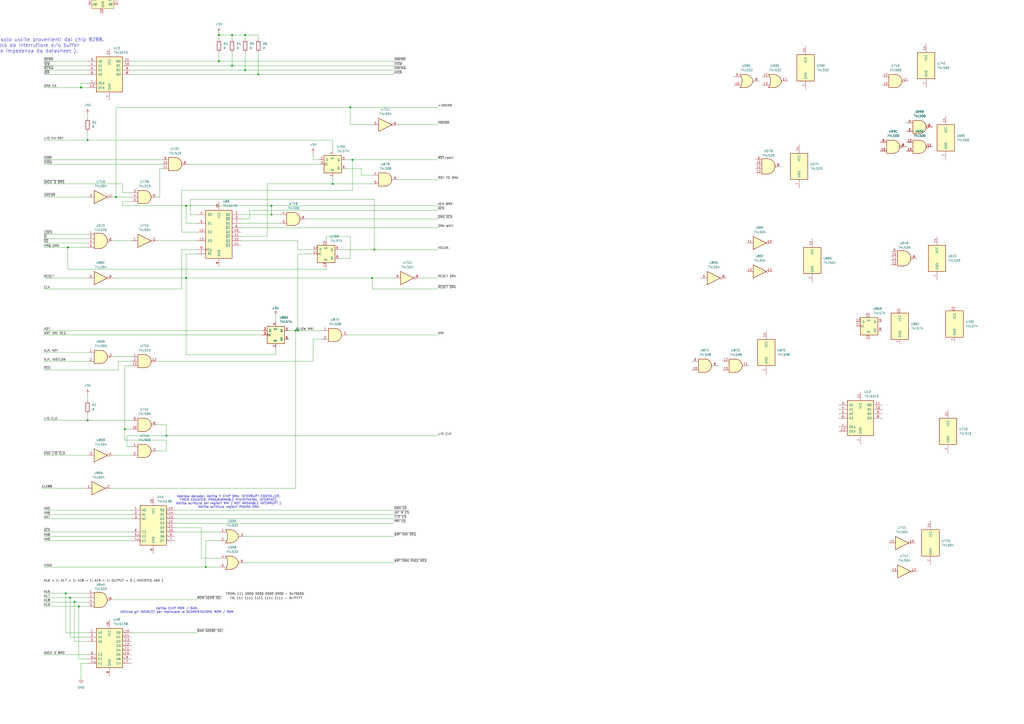
<source format=kicad_sch>
(kicad_sch (version 20231120) (generator "eeschema") (generator_version "8.0")
  (paper "A2")
  (lib_symbols
    (symbol "74xx:74LS00" (pin_names (offset 1.016))
      (property "Reference" "U" (at 0 1.27 0))
      (property "Value" "74LS00" (at 0 -1.27 0))
      (symbol "74LS00_1_1"
        (pin input line (at -7.62 2.54 0) (length 3.81) (name "~") (number "1"))
        (pin input line (at -7.62 -2.54 0) (length 3.81) (name "~") (number "2"))
        (pin output inverted (at 7.62 0 180) (length 3.81) (name "~") (number "3"))
      )
      (symbol "74LS00_1_2"
        (pin input inverted (at -7.62 2.54 0) (length 4.318) (name "~") (number "1"))
        (pin input inverted (at -7.62 -2.54 0) (length 4.318) (name "~") (number "2"))
        (pin output line (at 7.62 0 180) (length 3.81) (name "~") (number "3"))
      )
      (symbol "74LS00_2_1"
        (pin input line (at -7.62 2.54 0) (length 3.81) (name "~") (number "4"))
        (pin input line (at -7.62 -2.54 0) (length 3.81) (name "~") (number "5"))
        (pin output inverted (at 7.62 0 180) (length 3.81) (name "~") (number "6"))
      )
      (symbol "74LS00_2_2"
        (pin input inverted (at -7.62 2.54 0) (length 4.318) (name "~") (number "4"))
        (pin input inverted (at -7.62 -2.54 0) (length 4.318) (name "~") (number "5"))
        (pin output line (at 7.62 0 180) (length 3.81) (name "~") (number "6"))
      )
      (symbol "74LS00_3_1"
        (pin input line (at -7.62 -2.54 0) (length 3.81) (name "~") (number "10"))
        (pin output inverted (at 7.62 0 180) (length 3.81) (name "~") (number "8"))
        (pin input line (at -7.62 2.54 0) (length 3.81) (name "~") (number "9"))
      )
      (symbol "74LS00_3_2"
        (pin input inverted (at -7.62 -2.54 0) (length 4.318) (name "~") (number "10"))
        (pin output line (at 7.62 0 180) (length 3.81) (name "~") (number "8"))
        (pin input inverted (at -7.62 2.54 0) (length 4.318) (name "~") (number "9"))
      )
      (symbol "74LS00_4_1"
        (pin output inverted (at 7.62 0 180) (length 3.81) (name "~") (number "11"))
        (pin input line (at -7.62 2.54 0) (length 3.81) (name "~") (number "12"))
        (pin input line (at -7.62 -2.54 0) (length 3.81) (name "~") (number "13"))
      )
      (symbol "74LS00_4_2"
        (pin output line (at 7.62 0 180) (length 3.81) (name "~") (number "11"))
        (pin input inverted (at -7.62 2.54 0) (length 4.318) (name "~") (number "12"))
        (pin input inverted (at -7.62 -2.54 0) (length 4.318) (name "~") (number "13"))
      )
      (symbol "74LS00_5_0"
        (pin power_in line (at 0 12.7 270) (length 5.08) (name "VCC") (number "14"))
        (pin power_in line (at 0 -12.7 90) (length 5.08) (name "GND") (number "7"))
      )
    )
    (symbol "74xx:74LS04"
      (property "Reference" "U" (at 0 1.27 0))
      (property "Value" "74LS04" (at 0 -1.27 0))
      (symbol "74LS04_1_0"
        (pin input line (at -7.62 0 0) (length 3.81) (name "~") (number "1"))
        (pin output inverted (at 7.62 0 180) (length 3.81) (name "~") (number "2"))
      )
      (symbol "74LS04_2_0"
        (pin input line (at -7.62 0 0) (length 3.81) (name "~") (number "3"))
        (pin output inverted (at 7.62 0 180) (length 3.81) (name "~") (number "4"))
      )
      (symbol "74LS04_3_0"
        (pin input line (at -7.62 0 0) (length 3.81) (name "~") (number "5"))
        (pin output inverted (at 7.62 0 180) (length 3.81) (name "~") (number "6"))
      )
      (symbol "74LS04_4_0"
        (pin output inverted (at 7.62 0 180) (length 3.81) (name "~") (number "8"))
        (pin input line (at -7.62 0 0) (length 3.81) (name "~") (number "9"))
      )
      (symbol "74LS04_5_0"
        (pin output inverted (at 7.62 0 180) (length 3.81) (name "~") (number "10"))
        (pin input line (at -7.62 0 0) (length 3.81) (name "~") (number "11"))
      )
      (symbol "74LS04_6_0"
        (pin output inverted (at 7.62 0 180) (length 3.81) (name "~") (number "12"))
        (pin input line (at -7.62 0 0) (length 3.81) (name "~") (number "13"))
      )
      (symbol "74LS04_7_0"
        (pin power_in line (at 0 12.7 270) (length 5.08) (name "VCC") (number "14"))
        (pin power_in line (at 0 -12.7 90) (length 5.08) (name "GND") (number "7"))
      )
    )
    (symbol "74xx:74LS08" (pin_names (offset 1.016))
      (property "Reference" "U" (at 0 1.27 0))
      (property "Value" "74LS08" (at 0 -1.27 0))
      (symbol "74LS08_1_1"
        (pin input line (at -7.62 2.54 0) (length 3.81) (name "~") (number "1"))
        (pin input line (at -7.62 -2.54 0) (length 3.81) (name "~") (number "2"))
        (pin output line (at 7.62 0 180) (length 3.81) (name "~") (number "3"))
      )
      (symbol "74LS08_1_2"
        (pin input inverted (at -7.62 2.54 0) (length 4.318) (name "~") (number "1"))
        (pin input inverted (at -7.62 -2.54 0) (length 4.318) (name "~") (number "2"))
        (pin output inverted (at 7.62 0 180) (length 3.81) (name "~") (number "3"))
      )
      (symbol "74LS08_2_1"
        (pin input line (at -7.62 2.54 0) (length 3.81) (name "~") (number "4"))
        (pin input line (at -7.62 -2.54 0) (length 3.81) (name "~") (number "5"))
        (pin output line (at 7.62 0 180) (length 3.81) (name "~") (number "6"))
      )
      (symbol "74LS08_2_2"
        (pin input inverted (at -7.62 2.54 0) (length 4.318) (name "~") (number "4"))
        (pin input inverted (at -7.62 -2.54 0) (length 4.318) (name "~") (number "5"))
        (pin output inverted (at 7.62 0 180) (length 3.81) (name "~") (number "6"))
      )
      (symbol "74LS08_3_1"
        (pin input line (at -7.62 -2.54 0) (length 3.81) (name "~") (number "10"))
        (pin output line (at 7.62 0 180) (length 3.81) (name "~") (number "8"))
        (pin input line (at -7.62 2.54 0) (length 3.81) (name "~") (number "9"))
      )
      (symbol "74LS08_3_2"
        (pin input inverted (at -7.62 -2.54 0) (length 4.318) (name "~") (number "10"))
        (pin output inverted (at 7.62 0 180) (length 3.81) (name "~") (number "8"))
        (pin input inverted (at -7.62 2.54 0) (length 4.318) (name "~") (number "9"))
      )
      (symbol "74LS08_4_1"
        (pin output line (at 7.62 0 180) (length 3.81) (name "~") (number "11"))
        (pin input line (at -7.62 2.54 0) (length 3.81) (name "~") (number "12"))
        (pin input line (at -7.62 -2.54 0) (length 3.81) (name "~") (number "13"))
      )
      (symbol "74LS08_4_2"
        (pin output inverted (at 7.62 0 180) (length 3.81) (name "~") (number "11"))
        (pin input inverted (at -7.62 2.54 0) (length 4.318) (name "~") (number "12"))
        (pin input inverted (at -7.62 -2.54 0) (length 4.318) (name "~") (number "13"))
      )
      (symbol "74LS08_5_0"
        (pin power_in line (at 0 12.7 270) (length 5.08) (name "VCC") (number "14"))
        (pin power_in line (at 0 -12.7 90) (length 5.08) (name "GND") (number "7"))
      )
    )
    (symbol "74xx:74LS10" (pin_names (offset 1.016))
      (property "Reference" "U" (at 0 1.27 0))
      (property "Value" "74LS10" (at 0 -1.27 0))
      (symbol "74LS10_1_1"
        (pin input line (at -7.62 2.54 0) (length 3.81) (name "~") (number "1"))
        (pin output inverted (at 7.62 0 180) (length 3.81) (name "~") (number "12"))
        (pin input line (at -7.62 -2.54 0) (length 3.81) (name "~") (number "13"))
        (pin input line (at -7.62 0 0) (length 3.81) (name "~") (number "2"))
      )
      (symbol "74LS10_1_2"
        (pin input inverted (at -7.62 2.54 0) (length 4.318) (name "~") (number "1"))
        (pin output line (at 7.62 0 180) (length 3.81) (name "~") (number "12"))
        (pin input inverted (at -7.62 -2.54 0) (length 4.318) (name "~") (number "13"))
        (pin input inverted (at -7.62 0 0) (length 4.953) (name "~") (number "2"))
      )
      (symbol "74LS10_2_1"
        (pin input line (at -7.62 2.54 0) (length 3.81) (name "~") (number "3"))
        (pin input line (at -7.62 0 0) (length 3.81) (name "~") (number "4"))
        (pin input line (at -7.62 -2.54 0) (length 3.81) (name "~") (number "5"))
        (pin output inverted (at 7.62 0 180) (length 3.81) (name "~") (number "6"))
      )
      (symbol "74LS10_2_2"
        (pin input inverted (at -7.62 2.54 0) (length 4.318) (name "~") (number "3"))
        (pin input inverted (at -7.62 0 0) (length 4.953) (name "~") (number "4"))
        (pin input inverted (at -7.62 -2.54 0) (length 4.318) (name "~") (number "5"))
        (pin output line (at 7.62 0 180) (length 3.81) (name "~") (number "6"))
      )
      (symbol "74LS10_3_1"
        (pin input line (at -7.62 0 0) (length 3.81) (name "~") (number "10"))
        (pin input line (at -7.62 -2.54 0) (length 3.81) (name "~") (number "11"))
        (pin output inverted (at 7.62 0 180) (length 3.81) (name "~") (number "8"))
        (pin input line (at -7.62 2.54 0) (length 3.81) (name "~") (number "9"))
      )
      (symbol "74LS10_3_2"
        (pin input inverted (at -7.62 0 0) (length 4.953) (name "~") (number "10"))
        (pin input inverted (at -7.62 -2.54 0) (length 4.318) (name "~") (number "11"))
        (pin output line (at 7.62 0 180) (length 3.81) (name "~") (number "8"))
        (pin input inverted (at -7.62 2.54 0) (length 4.318) (name "~") (number "9"))
      )
      (symbol "74LS10_4_0"
        (pin power_in line (at 0 12.7 270) (length 5.08) (name "VCC") (number "14"))
        (pin power_in line (at 0 -12.7 90) (length 5.08) (name "GND") (number "7"))
      )
    )
    (symbol "74xx:74LS138" (pin_names (offset 1.016))
      (property "Reference" "U" (at -7.62 11.43 0))
      (property "Value" "74LS138" (at -7.62 -13.97 0))
      (symbol "74LS138_1_0"
        (pin input line (at -12.7 7.62 0) (length 5.08) (name "A0") (number "1"))
        (pin output output_low (at 12.7 -5.08 180) (length 5.08) (name "O5") (number "10"))
        (pin output output_low (at 12.7 -2.54 180) (length 5.08) (name "O4") (number "11"))
        (pin output output_low (at 12.7 0 180) (length 5.08) (name "O3") (number "12"))
        (pin output output_low (at 12.7 2.54 180) (length 5.08) (name "O2") (number "13"))
        (pin output output_low (at 12.7 5.08 180) (length 5.08) (name "O1") (number "14"))
        (pin output output_low (at 12.7 7.62 180) (length 5.08) (name "O0") (number "15"))
        (pin power_in line (at 0 15.24 270) (length 5.08) (name "VCC") (number "16"))
        (pin input line (at -12.7 5.08 0) (length 5.08) (name "A1") (number "2"))
        (pin input line (at -12.7 2.54 0) (length 5.08) (name "A2") (number "3"))
        (pin input input_low (at -12.7 -10.16 0) (length 5.08) (name "E1") (number "4"))
        (pin input input_low (at -12.7 -7.62 0) (length 5.08) (name "E2") (number "5"))
        (pin input line (at -12.7 -5.08 0) (length 5.08) (name "E3") (number "6"))
        (pin output output_low (at 12.7 -10.16 180) (length 5.08) (name "O7") (number "7"))
        (pin power_in line (at 0 -17.78 90) (length 5.08) (name "GND") (number "8"))
        (pin output output_low (at 12.7 -7.62 180) (length 5.08) (name "O6") (number "9"))
      )
    )
    (symbol "74xx:74LS175" (pin_names (offset 1.016))
      (property "Reference" "U" (at -7.62 13.97 0))
      (property "Value" "74LS175" (at -7.62 -16.51 0))
      (symbol "74LS175_1_0"
        (pin input line (at -12.7 -12.7 0) (length 5.08) (name "~{Mr}") (number "1"))
        (pin output line (at 12.7 0 180) (length 5.08) (name "Q2") (number "10"))
        (pin output line (at 12.7 -2.54 180) (length 5.08) (name "~{Q2}") (number "11"))
        (pin input line (at -12.7 0 0) (length 5.08) (name "D2") (number "12"))
        (pin input line (at -12.7 -5.08 0) (length 5.08) (name "D3") (number "13"))
        (pin output line (at 12.7 -7.62 180) (length 5.08) (name "~{Q3}") (number "14"))
        (pin output line (at 12.7 -5.08 180) (length 5.08) (name "Q3") (number "15"))
        (pin power_in line (at 0 17.78 270) (length 5.08) (name "VCC") (number "16"))
        (pin output line (at 12.7 10.16 180) (length 5.08) (name "Q0") (number "2"))
        (pin output line (at 12.7 7.62 180) (length 5.08) (name "~{Q0}") (number "3"))
        (pin input line (at -12.7 10.16 0) (length 5.08) (name "D0") (number "4"))
        (pin input line (at -12.7 5.08 0) (length 5.08) (name "D1") (number "5"))
        (pin output line (at 12.7 2.54 180) (length 5.08) (name "~{Q1}") (number "6"))
        (pin output line (at 12.7 5.08 180) (length 5.08) (name "Q1") (number "7"))
        (pin power_in line (at 0 -20.32 90) (length 5.08) (name "GND") (number "8"))
        (pin input clock (at -12.7 -10.16 0) (length 5.08) (name "Cp") (number "9"))
      )
    )
    (symbol "74xx:74LS20" (pin_names (offset 1.016))
      (property "Reference" "U" (at 0 1.27 0))
      (property "Value" "74LS20" (at 0 -1.27 0))
      (symbol "74LS20_1_1"
        (pin input line (at -7.62 3.81 0) (length 3.81) (name "~") (number "1"))
        (pin input line (at -7.62 1.27 0) (length 3.81) (name "~") (number "2"))
        (pin input line (at -7.62 -1.27 0) (length 3.81) (name "~") (number "4"))
        (pin input line (at -7.62 -3.81 0) (length 3.81) (name "~") (number "5"))
        (pin output inverted (at 7.62 0 180) (length 3.81) (name "~") (number "6"))
      )
      (symbol "74LS20_1_2"
        (pin input inverted (at -7.62 3.81 0) (length 3.81) (name "~") (number "1"))
        (pin input inverted (at -7.62 1.27 0) (length 4.826) (name "~") (number "2"))
        (pin input inverted (at -7.62 -1.27 0) (length 4.826) (name "~") (number "4"))
        (pin input inverted (at -7.62 -3.81 0) (length 3.81) (name "~") (number "5"))
        (pin output line (at 7.62 0 180) (length 3.81) (name "~") (number "6"))
      )
      (symbol "74LS20_2_1"
        (pin input line (at -7.62 1.27 0) (length 3.81) (name "~") (number "10"))
        (pin input line (at -7.62 -1.27 0) (length 3.81) (name "~") (number "12"))
        (pin input line (at -7.62 -3.81 0) (length 3.81) (name "~") (number "13"))
        (pin output inverted (at 7.62 0 180) (length 3.81) (name "~") (number "8"))
        (pin input line (at -7.62 3.81 0) (length 3.81) (name "~") (number "9"))
      )
      (symbol "74LS20_2_2"
        (pin input inverted (at -7.62 1.27 0) (length 4.826) (name "~") (number "10"))
        (pin input inverted (at -7.62 -1.27 0) (length 4.826) (name "~") (number "12"))
        (pin input inverted (at -7.62 -3.81 0) (length 3.81) (name "~") (number "13"))
        (pin output line (at 7.62 0 180) (length 3.81) (name "~") (number "8"))
        (pin input inverted (at -7.62 3.81 0) (length 3.81) (name "~") (number "9"))
      )
      (symbol "74LS20_3_0"
        (pin power_in line (at 0 12.7 270) (length 5.08) (name "VCC") (number "14"))
        (pin power_in line (at 0 -12.7 90) (length 5.08) (name "GND") (number "7"))
      )
    )
    (symbol "74xx:74LS243" (pin_names (offset 1.016))
      (property "Reference" "U" (at -7.62 11.43 0))
      (property "Value" "74LS243" (at -7.62 -11.43 0))
      (symbol "74LS243_1_0"
        (pin input inverted (at -12.7 -5.08 0) (length 5.08) (name "OEa") (number "1"))
        (pin tri_state line (at 12.7 5.08 180) (length 5.08) (name "B1") (number "10"))
        (pin tri_state line (at 12.7 7.62 180) (length 5.08) (name "B0") (number "11"))
        (pin input line (at -12.7 -7.62 0) (length 5.08) (name "OEb") (number "13"))
        (pin power_in line (at 0 15.24 270) (length 5.08) (name "VCC") (number "14"))
        (pin input line (at -12.7 7.62 0) (length 5.08) (name "A0") (number "3"))
        (pin input line (at -12.7 5.08 0) (length 5.08) (name "A1") (number "4"))
        (pin input line (at -12.7 2.54 0) (length 5.08) (name "A2") (number "5"))
        (pin input line (at -12.7 0 0) (length 5.08) (name "A3") (number "6"))
        (pin power_in line (at 0 -15.24 90) (length 5.08) (name "GND") (number "7"))
        (pin tri_state line (at 12.7 0 180) (length 5.08) (name "B3") (number "8"))
        (pin tri_state line (at 12.7 2.54 180) (length 5.08) (name "B2") (number "9"))
      )
    )
    (symbol "74xx:74LS32" (pin_names (offset 1.016))
      (property "Reference" "U" (at 0 1.27 0))
      (property "Value" "74LS32" (at 0 -1.27 0))
      (symbol "74LS32_1_1"
        (pin input line (at -7.62 2.54 0) (length 4.318) (name "~") (number "1"))
        (pin input line (at -7.62 -2.54 0) (length 4.318) (name "~") (number "2"))
        (pin output line (at 7.62 0 180) (length 3.81) (name "~") (number "3"))
      )
      (symbol "74LS32_1_2"
        (pin input inverted (at -7.62 2.54 0) (length 3.81) (name "~") (number "1"))
        (pin input inverted (at -7.62 -2.54 0) (length 3.81) (name "~") (number "2"))
        (pin output inverted (at 7.62 0 180) (length 3.81) (name "~") (number "3"))
      )
      (symbol "74LS32_2_1"
        (pin input line (at -7.62 2.54 0) (length 4.318) (name "~") (number "4"))
        (pin input line (at -7.62 -2.54 0) (length 4.318) (name "~") (number "5"))
        (pin output line (at 7.62 0 180) (length 3.81) (name "~") (number "6"))
      )
      (symbol "74LS32_2_2"
        (pin input inverted (at -7.62 2.54 0) (length 3.81) (name "~") (number "4"))
        (pin input inverted (at -7.62 -2.54 0) (length 3.81) (name "~") (number "5"))
        (pin output inverted (at 7.62 0 180) (length 3.81) (name "~") (number "6"))
      )
      (symbol "74LS32_3_1"
        (pin input line (at -7.62 -2.54 0) (length 4.318) (name "~") (number "10"))
        (pin output line (at 7.62 0 180) (length 3.81) (name "~") (number "8"))
        (pin input line (at -7.62 2.54 0) (length 4.318) (name "~") (number "9"))
      )
      (symbol "74LS32_3_2"
        (pin input inverted (at -7.62 -2.54 0) (length 3.81) (name "~") (number "10"))
        (pin output inverted (at 7.62 0 180) (length 3.81) (name "~") (number "8"))
        (pin input inverted (at -7.62 2.54 0) (length 3.81) (name "~") (number "9"))
      )
      (symbol "74LS32_4_1"
        (pin output line (at 7.62 0 180) (length 3.81) (name "~") (number "11"))
        (pin input line (at -7.62 2.54 0) (length 4.318) (name "~") (number "12"))
        (pin input line (at -7.62 -2.54 0) (length 4.318) (name "~") (number "13"))
      )
      (symbol "74LS32_4_2"
        (pin output inverted (at 7.62 0 180) (length 3.81) (name "~") (number "11"))
        (pin input inverted (at -7.62 2.54 0) (length 3.81) (name "~") (number "12"))
        (pin input inverted (at -7.62 -2.54 0) (length 3.81) (name "~") (number "13"))
      )
      (symbol "74LS32_5_0"
        (pin power_in line (at 0 12.7 270) (length 5.08) (name "VCC") (number "14"))
        (pin power_in line (at 0 -12.7 90) (length 5.08) (name "GND") (number "7"))
      )
    )
    (symbol "74xx:74LS74" (pin_names (offset 1.016))
      (property "Reference" "U" (at -7.62 8.89 0))
      (property "Value" "74LS74" (at -7.62 -8.89 0))
      (symbol "74LS74_1_0"
        (pin input line (at 0 -7.62 90) (length 2.54) (name "~{R}") (number "1"))
        (pin input line (at -7.62 2.54 0) (length 2.54) (name "D") (number "2"))
        (pin input clock (at -7.62 0 0) (length 2.54) (name "C") (number "3"))
        (pin input line (at 0 7.62 270) (length 2.54) (name "~{S}") (number "4"))
        (pin output line (at 7.62 2.54 180) (length 2.54) (name "Q") (number "5"))
        (pin output line (at 7.62 -2.54 180) (length 2.54) (name "~{Q}") (number "6"))
      )
      (symbol "74LS74_2_0"
        (pin input line (at 0 7.62 270) (length 2.54) (name "~{S}") (number "10"))
        (pin input clock (at -7.62 0 0) (length 2.54) (name "C") (number "11"))
        (pin input line (at -7.62 2.54 0) (length 2.54) (name "D") (number "12"))
        (pin input line (at 0 -7.62 90) (length 2.54) (name "~{R}") (number "13"))
        (pin output line (at 7.62 -2.54 180) (length 2.54) (name "~{Q}") (number "8"))
        (pin output line (at 7.62 2.54 180) (length 2.54) (name "Q") (number "9"))
      )
      (symbol "74LS74_3_0"
        (pin power_in line (at 0 10.16 270) (length 2.54) (name "VCC") (number "14"))
        (pin power_in line (at 0 -10.16 90) (length 2.54) (name "GND") (number "7"))
      )
    )
    (symbol "Custom:74AHCT245N"
      (property "Reference" "U" (at 0.508 0.762 0))
      (property "Value" "74AHCT245N" (at 6.604 -12.446 90))
      (symbol "74AHCT245N_1_1"
        (pin input line (at -2.54 -2.54 0) (length 2.54) (name "DIR") (number "1"))
        (pin power_in line (at 6.35 -27.94 90) (length 2.54) (name "GND") (number "10"))
        (pin bidirectional line (at 15.24 -22.86 180) (length 2.54) (name "B8") (number "11"))
        (pin bidirectional line (at 15.24 -20.32 180) (length 2.54) (name "B7") (number "12"))
        (pin bidirectional line (at 15.24 -17.78 180) (length 2.54) (name "B6") (number "13"))
        (pin bidirectional line (at 15.24 -15.24 180) (length 2.54) (name "B5") (number "14"))
        (pin bidirectional line (at 15.24 -12.7 180) (length 2.54) (name "B4") (number "15"))
        (pin bidirectional line (at 15.24 -10.16 180) (length 2.54) (name "B3") (number "16"))
        (pin bidirectional line (at 15.24 -7.62 180) (length 2.54) (name "B2") (number "17"))
        (pin bidirectional line (at 15.24 -5.08 180) (length 2.54) (name "B1") (number "18"))
        (pin input line (at 15.24 -2.54 180) (length 2.54) (name "~{OE}") (number "19"))
        (pin bidirectional line (at -2.54 -5.08 0) (length 2.54) (name "A1") (number "2"))
        (pin power_in line (at 6.35 2.54 270) (length 2.54) (name "Vcc") (number "20"))
        (pin bidirectional line (at -2.54 -7.62 0) (length 2.54) (name "A2") (number "3"))
        (pin bidirectional line (at -2.54 -10.16 0) (length 2.54) (name "A3") (number "4"))
        (pin bidirectional line (at -2.54 -12.7 0) (length 2.54) (name "A4") (number "5"))
        (pin bidirectional line (at -2.54 -15.24 0) (length 2.54) (name "A5") (number "6"))
        (pin bidirectional line (at -2.54 -17.78 0) (length 2.54) (name "A6") (number "7"))
        (pin bidirectional line (at -2.54 -20.32 0) (length 2.54) (name "A7") (number "8"))
        (pin input line (at -2.54 -22.86 0) (length 2.54) (name "A8") (number "9"))
      )
    )
    (symbol "Device:R" (pin_numbers hide) (pin_names (offset 0))
      (property "Reference" "R" (at 2.032 0 90))
      (property "Value" "R" (at 0 0 90))
      (symbol "R_1_1"
        (pin passive line (at 0 3.81 270) (length 1.27) (name "~") (number "1"))
        (pin passive line (at 0 -3.81 90) (length 1.27) (name "~") (number "2"))
      )
    )
    (symbol "Device:R_Network08" (pin_names (offset 0) hide)
      (property "Reference" "RN" (at -12.7 0 90))
      (property "Value" "R_Network08" (at 10.16 0 90))
      (symbol "R_Network08_1_1"
        (pin passive line (at -10.16 5.08 270) (length 2.54) (name "common") (number "1"))
        (pin passive line (at -10.16 -5.08 90) (length 1.27) (name "R1") (number "2"))
        (pin passive line (at -7.62 -5.08 90) (length 1.27) (name "R2") (number "3"))
        (pin passive line (at -5.08 -5.08 90) (length 1.27) (name "R3") (number "4"))
        (pin passive line (at -2.54 -5.08 90) (length 1.27) (name "R4") (number "5"))
        (pin passive line (at 0 -5.08 90) (length 1.27) (name "R5") (number "6"))
        (pin passive line (at 2.54 -5.08 90) (length 1.27) (name "R6") (number "7"))
        (pin passive line (at 5.08 -5.08 90) (length 1.27) (name "R7") (number "8"))
        (pin passive line (at 7.62 -5.08 90) (length 1.27) (name "R8") (number "9"))
      )
    )
    (symbol "power:+5V" (power) (pin_numbers hide) (pin_names (offset 0) hide)
      (property "Value" "+5V" (at 0 3.556 0))
      (symbol "+5V_1_1"
        (pin power_in line (at 0 0 90) (length 0) (name "~") (number "1"))
      )
    )
    (symbol "power:GND" (power) (pin_numbers hide) (pin_names (offset 0) hide)
      (property "Value" "GND" (at 0 -3.81 0))
      (symbol "GND_1_1"
        (pin power_in line (at 0 0 270) (length 0) (name "~") (number "1"))
      )
    )
  )
  (junction (at 172.72 191.77))
  (junction (at 72.39 248.92))
  (junction (at 215.9 161.29))
  (junction (at 171.45 191.77))
  (junction (at 203.2 62.23))
  (junction (at 217.17 144.78))
  (junction (at 193.04 106.68))
  (junction (at 40.64 346.71))
  (junction (at 96.52 -7.62))
  (junction (at 142.24 20.32))
  (junction (at 134.62 38.1))
  (junction (at 127 35.56))
  (junction (at 45.72 351.79))
  (junction (at 107.95 119.38))
  (junction (at 39.37 143.51))
  (junction (at 93.98 -10.16))
  (junction (at 119.38 328.93))
  (junction (at 157.48 124.46))
  (junction (at 38.1 344.17))
  (junction (at 50.8 81.28))
  (junction (at 134.62 20.32))
  (junction (at 96.52 252.73))
  (junction (at 127 20.32))
  (junction (at 91.44 -12.7))
  (junction (at 107.95 161.29))
  (junction (at 46.99 50.8))
  (junction (at 67.31 114.3))
  (junction (at 50.8 243.84))
  (junction (at 157.48 119.38))
  (junction (at 43.18 349.25))
  (junction (at 204.47 92.71))
  (junction (at 88.9 -15.24))
  (junction (at 149.86 43.18))
  (junction (at 142.24 40.64))
  (wire (pts (xy 96.52 -7.62) (xy 220.98 -7.62)))
  (wire (pts (xy 66.04 264.16) (xy 76.2 264.16)))
  (wire (pts (xy 154.94 106.68) (xy 193.04 106.68)))
  (wire (pts (xy 88.9 -29.21) (xy 88.9 -15.24)))
  (wire (pts (xy 66.04 114.3) (xy 67.31 114.3)))
  (wire (pts (xy 25.4 264.16) (xy 50.8 264.16)))
  (wire (pts (xy 119.38 328.93) (xy 127 328.93)))
  (wire (pts (xy 25.4 135.89) (xy 50.8 135.89)))
  (wire (pts (xy 71.12 106.68) (xy 25.4 106.68)))
  (wire (pts (xy 101.6 300.99) (xy 228.6 300.99)))
  (wire (pts (xy 172.72 139.7) (xy 172.72 144.78)))
  (wire (pts (xy 25.4 313.69) (xy 76.2 313.69)))
  (wire (pts (xy 96.52 246.38) (xy 96.52 252.73)))
  (wire (pts (xy 76.2 111.76) (xy 71.12 111.76)))
  (wire (pts (xy 76.2 367.03) (xy 114.3 367.03)))
  (wire (pts (xy 91.44 -12.7) (xy 220.98 -12.7)))
  (wire (pts (xy 96.52 252.73) (xy 254 252.73)))
  (wire (pts (xy 139.7 124.46) (xy 157.48 124.46)))
  (wire (pts (xy 200.66 92.71) (xy 204.47 92.71)))
  (wire (pts (xy 142.24 326.39) (xy 228.6 326.39)))
  (wire (pts (xy 25.4 204.47) (xy 50.8 204.47)))
  (wire (pts (xy 189.23 156.21) (xy 39.37 156.21)))
  (wire (pts (xy 25.4 92.71) (xy 93.98 92.71)))
  (wire (pts (xy 203.2 62.23) (xy 254 62.23)))
  (wire (pts (xy 25.4 243.84) (xy 50.8 243.84)))
  (wire (pts (xy 50.8 369.57) (xy 40.64 369.57)))
  (wire (pts (xy 46.99 50.8) (xy 50.8 50.8)))
  (wire (pts (xy 114.3 144.78) (xy 105.41 144.78)))
  (wire (pts (xy 231.14 72.39) (xy 254 72.39)))
  (wire (pts (xy 201.93 194.31) (xy 254 194.31)))
  (wire (pts (xy 181.61 88.9) (xy 181.61 92.71)))
  (wire (pts (xy 172.72 147.32) (xy 181.61 147.32)))
  (wire (pts (xy 186.69 196.85) (xy 181.61 196.85)))
  (wire (pts (xy 193.04 106.68) (xy 215.9 106.68)))
  (wire (pts (xy 172.72 147.32) (xy 172.72 191.77)))
  (wire (pts (xy 76.2 116.84) (xy 71.12 116.84)))
  (wire (pts (xy 101.6 295.91) (xy 228.6 295.91)))
  (wire (pts (xy 71.12 116.84) (xy 71.12 119.38)))
  (wire (pts (xy 50.8 228.6) (xy 50.8 232.41)))
  (wire (pts (xy 25.4 -10.16) (xy 50.8 -10.16)))
  (wire (pts (xy 215.9 72.39) (xy 203.2 72.39)))
  (wire (pts (xy 25.4 194.31) (xy 152.4 194.31)))
  (wire (pts (xy 107.95 161.29) (xy 215.9 161.29)))
  (wire (pts (xy 134.62 20.32) (xy 127 20.32)))
  (wire (pts (xy 25.4 161.29) (xy 50.8 161.29)))
  (wire (pts (xy 193.04 102.87) (xy 193.04 106.68)))
  (wire (pts (xy 67.31 114.3) (xy 67.31 62.23)))
  (wire (pts (xy 189.23 137.16) (xy 203.2 137.16)))
  (wire (pts (xy 71.12 111.76) (xy 71.12 106.68)))
  (wire (pts (xy 119.38 313.69) (xy 119.38 328.93)))
  (wire (pts (xy 25.4 95.25) (xy 93.98 95.25)))
  (wire (pts (xy 96.52 -29.21) (xy 96.52 -7.62)))
  (wire (pts (xy 209.55 97.79) (xy 200.66 97.79)))
  (wire (pts (xy 25.4 308.61) (xy 76.2 308.61)))
  (wire (pts (xy 91.44 114.3) (xy 92.71 114.3)))
  (wire (pts (xy 181.61 209.55) (xy 91.44 209.55)))
  (wire (pts (xy 66.04 161.29) (xy 107.95 161.29)))
  (wire (pts (xy 157.48 124.46) (xy 162.56 124.46)))
  (wire (pts (xy 25.4 311.15) (xy 76.2 311.15)))
  (wire (pts (xy 50.8 48.26) (xy 46.99 48.26)))
  (wire (pts (xy 25.4 35.56) (xy 50.8 35.56)))
  (wire (pts (xy 73.66 259.08) (xy 73.66 252.73)))
  (wire (pts (xy 149.86 22.86) (xy 149.86 20.32)))
  (wire (pts (xy 139.7 129.54) (xy 162.56 129.54)))
  (wire (pts (xy 25.4 -17.78) (xy 50.8 -17.78)))
  (wire (pts (xy 172.72 144.78) (xy 181.61 144.78)))
  (wire (pts (xy 116.84 323.85) (xy 116.84 306.07)))
  (wire (pts (xy 134.62 22.86) (xy 134.62 20.32)))
  (wire (pts (xy 64.77 283.21) (xy 171.45 283.21)))
  (wire (pts (xy 139.7 139.7) (xy 172.72 139.7)))
  (wire (pts (xy 196.85 144.78) (xy 217.17 144.78)))
  (wire (pts (xy 243.84 161.29) (xy 254 161.29)))
  (wire (pts (xy 25.4 143.51) (xy 39.37 143.51)))
  (wire (pts (xy 91.44 261.62) (xy 96.52 261.62)))
  (wire (pts (xy 107.95 129.54) (xy 107.95 119.38)))
  (wire (pts (xy 73.66 252.73) (xy 96.52 252.73)))
  (wire (pts (xy 114.3 124.46) (xy 110.49 124.46)))
  (wire (pts (xy 142.24 22.86) (xy 142.24 20.32)))
  (wire (pts (xy 46.99 48.26) (xy 46.99 50.8)))
  (wire (pts (xy 72.39 248.92) (xy 76.2 248.92)))
  (wire (pts (xy 68.58 209.55) (xy 68.58 214.63)))
  (wire (pts (xy 25.4 38.1) (xy 50.8 38.1)))
  (wire (pts (xy 25.4 167.64) (xy 105.41 167.64)))
  (wire (pts (xy 67.31 62.23) (xy 203.2 62.23)))
  (wire (pts (xy 231.14 104.14) (xy 254 104.14)))
  (wire (pts (xy 204.47 110.49) (xy 204.47 92.71)))
  (wire (pts (xy 92.71 97.79) (xy 93.98 97.79)))
  (wire (pts (xy 96.52 261.62) (xy 96.52 255.27)))
  (wire (pts (xy 25.4 214.63) (xy 68.58 214.63)))
  (wire (pts (xy 193.04 87.63) (xy 193.04 81.28)))
  (wire (pts (xy 92.71 114.3) (xy 92.71 97.79)))
  (wire (pts (xy 171.45 283.21) (xy 171.45 191.77)))
  (wire (pts (xy 68.58 -15.24) (xy 88.9 -15.24)))
  (wire (pts (xy 215.9 161.29) (xy 228.6 161.29)))
  (wire (pts (xy 25.4 379.73) (xy 50.8 379.73)))
  (wire (pts (xy 38.1 344.17) (xy 50.8 344.17)))
  (wire (pts (xy 24.13 283.21) (xy 49.53 283.21)))
  (wire (pts (xy 209.55 101.6) (xy 209.55 97.79)))
  (wire (pts (xy 43.18 349.25) (xy 50.8 349.25)))
  (wire (pts (xy 66.04 207.01) (xy 76.2 207.01)))
  (wire (pts (xy 50.8 81.28) (xy 25.4 81.28)))
  (wire (pts (xy 189.23 139.7) (xy 189.23 137.16)))
  (wire (pts (xy 25.4 43.18) (xy 50.8 43.18)))
  (wire (pts (xy 142.24 20.32) (xy 134.62 20.32)))
  (wire (pts (xy 25.4 295.91) (xy 76.2 295.91)))
  (wire (pts (xy 88.9 -15.24) (xy 220.98 -15.24)))
  (wire (pts (xy 50.8 384.81) (xy 46.99 384.81)))
  (wire (pts (xy 204.47 92.71) (xy 254 92.71)))
  (wire (pts (xy 68.58 -10.16) (xy 93.98 -10.16)))
  (wire (pts (xy 25.4 349.25) (xy 43.18 349.25)))
  (wire (pts (xy 50.8 66.04) (xy 50.8 68.58)))
  (wire (pts (xy 114.3 129.54) (xy 107.95 129.54)))
  (wire (pts (xy 203.2 137.16) (xy 203.2 149.86)))
  (wire (pts (xy 127 35.56) (xy 228.6 35.56)))
  (wire (pts (xy 25.4 140.97) (xy 50.8 140.97)))
  (wire (pts (xy 105.41 134.62) (xy 105.41 110.49)))
  (wire (pts (xy 68.58 -12.7) (xy 91.44 -12.7)))
  (wire (pts (xy 71.12 119.38) (xy 107.95 119.38)))
  (wire (pts (xy 25.4 -12.7) (xy 50.8 -12.7)))
  (wire (pts (xy 149.86 43.18) (xy 228.6 43.18)))
  (wire (pts (xy 127 30.48) (xy 127 35.56)))
  (wire (pts (xy 157.48 119.38) (xy 157.48 124.46)))
  (wire (pts (xy 110.49 124.46) (xy 110.49 115.57)))
  (wire (pts (xy 209.55 101.6) (xy 215.9 101.6)))
  (wire (pts (xy 25.4 328.93) (xy 119.38 328.93)))
  (wire (pts (xy 72.39 248.92) (xy 72.39 212.09)))
  (wire (pts (xy 101.6 298.45) (xy 228.6 298.45)))
  (wire (pts (xy 76.2 40.64) (xy 142.24 40.64)))
  (wire (pts (xy 160.02 201.93) (xy 160.02 205.74)))
  (wire (pts (xy 66.04 347.98) (xy 114.3 347.98)))
  (wire (pts (xy 25.4 346.71) (xy 40.64 346.71)))
  (wire (pts (xy 144.78 127) (xy 144.78 121.92)))
  (wire (pts (xy 127 323.85) (xy 116.84 323.85)))
  (wire (pts (xy 160.02 205.74) (xy 107.95 205.74)))
  (wire (pts (xy 45.72 382.27) (xy 45.72 351.79)))
  (wire (pts (xy 116.84 306.07) (xy 101.6 306.07)))
  (wire (pts (xy 215.9 161.29) (xy 215.9 167.64)))
  (wire (pts (xy 66.04 139.7) (xy 76.2 139.7)))
  (wire (pts (xy 76.2 35.56) (xy 127 35.56)))
  (wire (pts (xy 107.95 119.38) (xy 157.48 119.38)))
  (wire (pts (xy 127 20.32) (xy 127 22.86)))
  (wire (pts (xy 25.4 -15.24) (xy 50.8 -15.24)))
  (wire (pts (xy 76.2 43.18) (xy 149.86 43.18)))
  (wire (pts (xy 50.8 243.84) (xy 76.2 243.84)))
  (wire (pts (xy 91.44 246.38) (xy 96.52 246.38)))
  (wire (pts (xy 105.41 144.78) (xy 105.41 167.64)))
  (wire (pts (xy 144.78 121.92) (xy 254 121.92)))
  (wire (pts (xy 50.8 76.2) (xy 50.8 81.28)))
  (wire (pts (xy 193.04 81.28) (xy 50.8 81.28)))
  (wire (pts (xy 134.62 30.48) (xy 134.62 38.1)))
  (wire (pts (xy 139.7 137.16) (xy 154.94 137.16)))
  (wire (pts (xy 157.48 119.38) (xy 254 119.38)))
  (wire (pts (xy 107.95 205.74) (xy 107.95 161.29)))
  (wire (pts (xy 109.22 95.25) (xy 185.42 95.25)))
  (wire (pts (xy 25.4 50.8) (xy 46.99 50.8)))
  (wire (pts (xy 177.8 127) (xy 254 127)))
  (wire (pts (xy 38.1 367.03) (xy 38.1 344.17)))
  (wire (pts (xy 43.18 372.11) (xy 43.18 349.25)))
  (wire (pts (xy 181.61 196.85) (xy 181.61 209.55)))
  (wire (pts (xy 215.9 167.64) (xy 254 167.64)))
  (wire (pts (xy 93.98 -29.21) (xy 93.98 -10.16)))
  (wire (pts (xy 142.24 40.64) (xy 228.6 40.64)))
  (wire (pts (xy 25.4 191.77) (xy 152.4 191.77)))
  (wire (pts (xy 189.23 154.94) (xy 189.23 156.21)))
  (wire (pts (xy 40.64 346.71) (xy 50.8 346.71)))
  (wire (pts (xy 127 19.05) (xy 127 20.32)))
  (wire (pts (xy 107.95 161.29) (xy 107.95 147.32)))
  (wire (pts (xy 25.4 -7.62) (xy 50.8 -7.62)))
  (wire (pts (xy 67.31 114.3) (xy 76.2 114.3)))
  (wire (pts (xy 68.58 -7.62) (xy 96.52 -7.62)))
  (wire (pts (xy 25.4 209.55) (xy 50.8 209.55)))
  (wire (pts (xy 171.45 191.77) (xy 172.72 191.77)))
  (wire (pts (xy 40.64 369.57) (xy 40.64 346.71)))
  (wire (pts (xy 114.3 134.62) (xy 105.41 134.62)))
  (wire (pts (xy 139.7 132.08) (xy 254 132.08)))
  (wire (pts (xy 93.98 -10.16) (xy 220.98 -10.16)))
  (wire (pts (xy 46.99 384.81) (xy 46.99 393.7)))
  (wire (pts (xy 25.4 351.79) (xy 45.72 351.79)))
  (wire (pts (xy 160.02 182.88) (xy 160.02 186.69)))
  (wire (pts (xy 50.8 367.03) (xy 38.1 367.03)))
  (wire (pts (xy 127 313.69) (xy 119.38 313.69)))
  (wire (pts (xy 91.44 139.7) (xy 114.3 139.7)))
  (wire (pts (xy 107.95 147.32) (xy 114.3 147.32)))
  (wire (pts (xy 76.2 38.1) (xy 134.62 38.1)))
  (wire (pts (xy 39.37 143.51) (xy 50.8 143.51)))
  (wire (pts (xy 76.2 259.08) (xy 73.66 259.08)))
  (wire (pts (xy 72.39 255.27) (xy 72.39 248.92)))
  (wire (pts (xy 167.64 191.77) (xy 171.45 191.77)))
  (wire (pts (xy 76.2 209.55) (xy 68.58 209.55)))
  (wire (pts (xy 149.86 20.32) (xy 142.24 20.32)))
  (wire (pts (xy 25.4 298.45) (xy 76.2 298.45)))
  (wire (pts (xy 45.72 351.79) (xy 50.8 351.79)))
  (wire (pts (xy 91.44 -29.21) (xy 91.44 -12.7)))
  (wire (pts (xy 110.49 115.57) (xy 217.17 115.57)))
  (wire (pts (xy 39.37 156.21) (xy 39.37 143.51)))
  (wire (pts (xy 101.6 308.61) (xy 127 308.61)))
  (wire (pts (xy 142.24 311.15) (xy 228.6 311.15)))
  (wire (pts (xy 105.41 110.49) (xy 204.47 110.49)))
  (wire (pts (xy 25.4 344.17) (xy 38.1 344.17)))
  (wire (pts (xy 172.72 191.77) (xy 186.69 191.77)))
  (wire (pts (xy 50.8 382.27) (xy 45.72 382.27)))
  (wire (pts (xy 203.2 149.86) (xy 196.85 149.86)))
  (wire (pts (xy 203.2 72.39) (xy 203.2 62.23)))
  (wire (pts (xy 149.86 30.48) (xy 149.86 43.18)))
  (wire (pts (xy 72.39 212.09) (xy 76.2 212.09)))
  (wire (pts (xy 25.4 40.64) (xy 50.8 40.64)))
  (wire (pts (xy 134.62 38.1) (xy 228.6 38.1)))
  (wire (pts (xy 181.61 92.71) (xy 185.42 92.71)))
  (wire (pts (xy 142.24 30.48) (xy 142.24 40.64)))
  (wire (pts (xy 217.17 115.57) (xy 217.17 144.78)))
  (wire (pts (xy 50.8 240.03) (xy 50.8 243.84)))
  (wire (pts (xy 139.7 127) (xy 144.78 127)))
  (wire (pts (xy 154.94 137.16) (xy 154.94 106.68)))
  (wire (pts (xy 25.4 138.43) (xy 50.8 138.43)))
  (wire (pts (xy 25.4 114.3) (xy 50.8 114.3)))
  (wire (pts (xy 50.8 372.11) (xy 43.18 372.11)))
  (wire (pts (xy 88.9 -45.72) (xy 88.9 -39.37)))
  (wire (pts (xy 101.6 303.53) (xy 228.6 303.53)))
  (wire (pts (xy 25.4 300.99) (xy 76.2 300.99)))
  (wire (pts (xy 217.17 144.78) (xy 254 144.78)))
  (wire (pts (xy 96.52 255.27) (xy 72.39 255.27)))
  (text "Questi segnali sono solo uscite provenienti dal chip 8288.\nFunziona solo da interruttore e/o buffer\n( adattatore impedenza da datasheet )." (at 14.224 26.416 0) (effects (font (size 2.032 2.032))))
  (text "Address decoder. Abilita il CHIP DMA, INTERRUPT CONTOLLER,\nTIMER COUNTER, PROGRAMMABLE PHERIPHERAL INTERFACE.\nAbilita scrittura dei registri NMI ( NOT MASKABLE INTERRUPT )\nAbilita scrittura registri PAGINA DMA" (at 132.588 291.084 0) (effects (font (size 1.27 1.27))))
  (text "74AHCT245 raplaces the 74LS243 U13" (at 37.592 -27.94 0) (effects (font (size 1.27 1.27))))
  (text "Abilita CHIP ROM / RAM.\nUtilizza gli INDIRIZZI per realizzare la SEGMENTAZIONE ROM / RAM" (at 102.616 354.076 0) (effects (font (size 1.27 1.27))))
  (label "I{slash}O CH RDY" (at 25.4 81.28 0))
  (label "~{RDY}{slash}WAIT" (at 254 92.71 0))
  (label "~{SO}" (at 25.4 140.97 0))
  (label "~{IOW}" (at 25.4 38.1 0))
  (label "~{XMEMR}" (at 228.6 35.56 0))
  (label "HOLDA" (at 254 144.78 0))
  (label "~{XIOR}" (at 228.6 43.18 0))
  (label "~{AEN}" (at 25.4 308.61 0))
  (label "A16" (at 25.4 344.17 0))
  (label "DMA WAIT" (at 254 132.08 0))
  (label "N.P. NPI" (at 25.4 204.47 0))
  (label "~{XIOW}" (at 220.98 -12.7 0))
  (label "~{IOR}" (at 25.4 43.18 0))
  (label "~{T{slash}C CS}" (at 228.6 300.99 0))
  (label "~{DMA CS}" (at 228.6 295.91 0))
  (label "XA7" (at 25.4 300.99 0))
  (label "~{MEMR}" (at 25.4 -15.24 0))
  (label "A18" (at 25.4 349.25 0))
  (label "~{AEN}" (at 254 121.92 0))
  (label "CLK" (at 25.4 167.64 0))
  (label "~{IOR}" (at 25.4 -7.62 0))
  (label "TO: 111 1111 1111 1111 1111 - 0x7FFFF" (at 133.35 347.98 0))
  (label "FROM: 111 0000 0000 0000 0000 - 0x70000" (at 130.81 345.44 0))
  (label "~{RESET DRV}" (at 254 167.64 0))
  (label "~{XMEMW}" (at 220.98 -10.16 0))
  (label "+XMEMR" (at 254 62.23 0))
  (label "~{XMEMR}" (at 25.4 114.3 0))
  (label "DMA EN" (at 25.4 -17.78 0))
  (label "HRQ DMA" (at 25.4 143.51 0))
  (label "RESET DRV" (at 254 161.29 0))
  (label "NMI" (at 254 194.31 0))
  (label "~{MEMW}" (at 25.4 40.64 0))
  (label "~{ENA I{slash}O CLK}" (at 25.4 264.16 0))
  (label "XA5" (at 25.4 295.91 0))
  (label "RESET" (at 25.4 161.29 0))
  (label "~{XIOR}" (at 220.98 -7.62 0))
  (label "~{DMA AEN}" (at 254 127 0))
  (label "~{INT R CS}" (at 228.6 298.45 0))
  (label "AEN BRD" (at 254 119.38 0))
  (label "A17" (at 25.4 346.71 0))
  (label "I{slash}O CLK" (at 25.4 243.84 0))
  (label "~{PPI CS}" (at 228.6 303.53 0))
  (label "N.P. INSTLSW" (at 25.4 209.55 0))
  (label "CLK88" (at 24.13 283.21 0))
  (label "A16 = 1; A17 = 1; A18 = 1; A19 = 1; OUTPUT = 0 ( INVERTED AND )" (at 25.4 337.82 0))
  (label "~{RAM ADDRE SEL}" (at 114.3 367.03 0))
  (label "~{XIOR}" (at 25.4 92.71 0))
  (label "~{IOW}" (at 25.4 -12.7 0))
  (label "XA8" (at 25.4 311.15 0))
  (label "DMA EN" (at 25.4 50.8 0))
  (label "I{slash}O CLK" (at 254 252.73 0))
  (label "~{PCK}" (at 25.4 214.63 0))
  (label "WRT NMI REG" (at 25.4 194.31 0))
  (label "~{YMEMR}" (at 254 72.39 0))
  (label "~{MEMW}" (at 25.4 -10.16 0))
  (label "XIOW" (at 25.4 328.93 0))
  (label "~{XMEMR}" (at 220.98 -15.24 0))
  (label "ALLOW NMI" (at 171.45 191.77 0))
  (label "~{ROM ADDR SEL}" (at 114.3 347.98 0))
  (label "~{XMEMW}" (at 228.6 40.64 0))
  (label "~{XIOW}" (at 25.4 95.25 0))
  (label "RDY TO DMA" (at 254 104.14 0))
  (label "A19" (at 25.4 351.79 0))
  (label "XA9" (at 25.4 313.69 0))
  (label "~{SI}" (at 25.4 138.43 0))
  (label "~{WRT NMI REG}" (at 228.6 311.15 0))
  (label "~{DACK 0 BRD}" (at 25.4 106.68 0))
  (label "XD7" (at 25.4 191.77 0))
  (label "~{WRT DMA PAGE REG}" (at 228.6 326.39 0))
  (label "~{LOCK}" (at 25.4 135.89 0))
  (label "~{XIOW}" (at 228.6 38.1 0))
  (label "DACK O BRD" (at 25.4 379.73 0))
  (label "~{MEMR}" (at 25.4 35.56 0))
  (label "XA6" (at 25.4 298.45 0))
  (symbol (lib_id "74xx:74LS04") (at 440.69 157.48 0) (unit 6)
    (property "Reference" "U89" (at 440.69 148.59 0))
    (property "Value" "74LS04" (at 440.69 151.13 0))
    (property "Datasheet" "http://www.ti.com/lit/gpn/sn74LS04" (effects (hide yes)))
    (property "Description" "Hex Inverter" (effects (hide yes)))
  )
  (symbol (lib_id "Device:R") (at 149.86 26.67 0) (unit 1)
    (property "Reference" "R6" (at 152.4 25.3999 0) (effects (justify left)))
    (property "Value" "R" (at 152.4 27.9399 0) (effects (justify left)))
    (property "Description" "Resistor" (effects (hide yes)))
  )
  (symbol (lib_id "74xx:74LS04") (at 236.22 161.29 0) (unit 4)
    (property "Reference" "U71" (at 236.22 152.4 0))
    (property "Value" "74LS04" (at 236.22 154.94 0))
    (property "Datasheet" "http://www.ti.com/lit/gpn/sn74LS04" (effects (hide yes)))
    (property "Description" "Hex Inverter" (effects (hide yes)))
  )
  (symbol (lib_id "74xx:74LS20") (at 58.42 347.98 0) (unit 1)
    (property "Reference" "U64" (at 58.4103 339.09 0))
    (property "Value" "74LS20" (at 58.4103 341.63 0))
    (property "Datasheet" "http://www.ti.com/lit/gpn/sn74LS20" (effects (hide yes)))
    (property "Description" "Dual 4-input NAND" (effects (hide yes)))
  )
  (symbol (lib_id "74xx:74LS10") (at 101.6 95.25 0) (unit 3)
    (property "Reference" "U72" (at 101.5917 86.36 0))
    (property "Value" "74LS10" (at 101.5917 88.9 0))
    (property "Datasheet" "http://www.ti.com/lit/gpn/sn74LS10" (effects (hide yes)))
    (property "Description" "Triple 3-input NAND" (effects (hide yes)))
  )
  (symbol (lib_id "74xx:74LS10") (at 549.91 250.19 0) (unit 4)
    (property "Reference" "U72" (at 556.26 248.9199 0) (effects (justify left)))
    (property "Value" "74LS10" (at 556.26 251.4599 0) (effects (justify left)))
    (property "Datasheet" "http://www.ti.com/lit/gpn/sn74LS10" (effects (hide yes)))
    (property "Description" "Triple 3-input NAND" (effects (hide yes)))
  )
  (symbol (lib_id "74xx:74LS74") (at 504.19 189.23 0) (unit 2)
    (property "Reference" "U86" (at 506.3841 179.07 0) (effects (justify left)))
    (property "Value" "74LS74" (at 506.3841 181.61 0) (effects (justify left)))
    (property "Datasheet" "74xx/74hc_hct74.pdf" (effects (hide yes)))
    (property "Description" "Dual D Flip-flop, Set & Reset" (effects (hide yes)))
  )
  (symbol (lib_id "74xx:74LS74") (at 160.02 194.31 0) (unit 1)
    (property "Reference" "U86" (at 162.2141 184.15 0) (effects (justify left)))
    (property "Value" "74LS74" (at 162.2141 186.69 0) (effects (justify left)))
    (property "Datasheet" "74xx/74hc_hct74.pdf" (effects (hide yes)))
    (property "Description" "Dual D Flip-flop, Set & Reset" (effects (hide yes)))
  )
  (symbol (lib_id "power:+5V") (at 160.02 182.88 0) (unit 1)
    (property "Reference" "#PWR02" (effects (hide yes)))
    (property "Value" "+5V" (at 159.766 178.816 0))
    (property "Description" "Power symbol creates a global label with name \"+5V\"" (effects (hide yes)))
  )
  (symbol (lib_id "74xx:74LS32") (at 467.36 39.37 0) (unit 5)
    (property "Reference" "U59" (at 473.71 38.0999 0) (effects (justify left)))
    (property "Value" "74LS32" (at 473.71 40.6399 0) (effects (justify left)))
    (property "Datasheet" "http://www.ti.com/lit/gpn/sn74LS32" (effects (hide yes)))
    (property "Description" "Quad 2-input OR" (effects (hide yes)))
  )
  (symbol (lib_id "74xx:74LS74") (at 553.72 187.96 0) (unit 3)
    (property "Reference" "U70" (at 560.07 186.6899 0) (effects (justify left)))
    (property "Value" "74LS74" (at 560.07 189.2299 0) (effects (justify left)))
    (property "Datasheet" "74xx/74hc_hct74.pdf" (effects (hide yes)))
    (property "Description" "Dual D Flip-flop, Set & Reset" (effects (hide yes)))
  )
  (symbol (lib_id "74xx:74LS20") (at 58.42 139.7 0) (unit 1)
    (property "Reference" "U57" (at 58.4103 130.81 0))
    (property "Value" "74LS20" (at 58.4103 133.35 0))
    (property "Datasheet" "http://www.ti.com/lit/gpn/sn74LS20" (effects (hide yes)))
    (property "Description" "Dual 4-input NAND" (effects (hide yes)))
  )
  (symbol (lib_id "74xx:74LS32") (at 449.58 46.99 0) (unit 4)
    (property "Reference" "U59" (at 449.58 38.1 0))
    (property "Value" "74LS32" (at 449.58 40.64 0))
    (property "Datasheet" "http://www.ti.com/lit/gpn/sn74LS32" (effects (hide yes)))
    (property "Description" "Quad 2-input OR" (effects (hide yes)))
  )
  (symbol (lib_id "power:+5V") (at 88.9 -45.72 0) (unit 1)
    (property "Reference" "#PWR07" (effects (hide yes)))
    (property "Value" "+5V" (at 88.9 -50.8 0))
    (property "Description" "Power symbol creates a global label with name \"+5V\"" (effects (hide yes)))
  )
  (symbol (lib_id "power:+5V") (at 127 19.05 0) (unit 1)
    (property "Reference" "#PWR06" (effects (hide yes)))
    (property "Value" "+5V" (at 127 13.97 0))
    (property "Description" "Power symbol creates a global label with name \"+5V\"" (effects (hide yes)))
  )
  (symbol (lib_id "Custom:74AHCT245N") (at 53.34 -20.32 0) (unit 1)
    (property "Reference" "U1" (at 61.8841 -24.13 0) (effects (justify left)))
    (property "Value" "74AHCT245N" (at 61.8841 -22.86 0) (effects (justify left)))
    (property "Footprint" "Package_DIP:DIP-20_W7.62mm_Socket" (effects (hide yes)))
    (property "Datasheet" "\\\\192.168.1.12\\public3\\Computers\\Parti\\Logic_IC\\AHCT\\SN74AHCT245" (effects (hide yes)))
  )
  (symbol (lib_id "74xx:74LS04") (at 440.69 140.97 0) (unit 5)
    (property "Reference" "U89" (at 440.69 132.08 0))
    (property "Value" "74LS04" (at 440.69 134.62 0))
    (property "Datasheet" "http://www.ti.com/lit/gpn/sn74LS04" (effects (hide yes)))
    (property "Description" "Hex Inverter" (effects (hide yes)))
  )
  (symbol (lib_id "74xx:74LS00") (at 170.18 127 0) (unit 2)
    (property "Reference" "U74" (at 170.1717 118.11 0))
    (property "Value" "74LS00" (at 170.1717 120.65 0))
    (property "Datasheet" "http://www.ti.com/lit/gpn/sn74ls00" (effects (hide yes)))
    (property "Description" "quad 2-input NAND gate" (effects (hide yes)))
  )
  (symbol (lib_id "74xx:74LS10") (at 83.82 209.55 0) (unit 1)
    (property "Reference" "U72" (at 83.8117 200.66 0))
    (property "Value" "74LS10" (at 83.8117 203.2 0))
    (property "Datasheet" "http://www.ti.com/lit/gpn/sn74LS10" (effects (hide yes)))
    (property "Description" "Triple 3-input NAND" (effects (hide yes)))
  )
  (symbol (lib_id "74xx:74LS138") (at 88.9 303.53 0) (unit 1)
    (property "Reference" "U45" (at 91.0941 288.29 0) (effects (justify left)))
    (property "Value" "74LS138" (at 91.0941 290.83 0) (effects (justify left)))
    (property "Datasheet" "http://www.ti.com/lit/gpn/sn74LS138" (effects (hide yes)))
    (property "Description" "Decoder 3 to 8 active low outputs" (effects (hide yes)))
  )
  (symbol (lib_id "74xx:74LS00") (at 518.16 85.09 0) (unit 3)
    (property "Reference" "U69" (at 518.1517 76.2 0))
    (property "Value" "74LS00" (at 518.1517 78.74 0))
    (property "Datasheet" "http://www.ti.com/lit/gpn/sn74ls00" (effects (hide yes)))
    (property "Description" "quad 2-input NAND gate" (effects (hide yes)))
  )
  (symbol (lib_id "Device:R") (at 50.8 72.39 0) (unit 1)
    (property "Reference" "R2" (at 53.34 71.1199 0) (effects (justify left)))
    (property "Value" "R" (at 53.34 73.6599 0) (effects (justify left)))
    (property "Description" "Resistor" (effects (hide yes)))
  )
  (symbol (lib_id "power:GND") (at 46.99 393.7 0) (unit 1)
    (property "Reference" "#PWR05" (effects (hide yes)))
    (property "Value" "GND" (at 46.99 398.78 0))
    (property "Description" "Power symbol creates a global label with name \"GND\" , ground" (effects (hide yes)))
  )
  (symbol (lib_id "74xx:74LS74") (at 189.23 147.32 0) (unit 2)
    (property "Reference" "U70" (at 191.4241 137.16 0) (effects (justify left)))
    (property "Value" "74LS74" (at 191.4241 139.7 0) (effects (justify left)))
    (property "Datasheet" "74xx/74hc_hct74.pdf" (effects (hide yes)))
    (property "Description" "Dual D Flip-flop, Set & Reset" (effects (hide yes)))
  )
  (symbol (lib_id "74xx:74LS00") (at 58.42 207.01 0) (unit 1)
    (property "Reference" "U69" (at 58.4117 198.12 0))
    (property "Value" "74LS00" (at 58.4117 200.66 0))
    (property "Datasheet" "http://www.ti.com/lit/gpn/sn74ls00" (effects (hide yes)))
    (property "Description" "quad 2-input NAND gate" (effects (hide yes)))
  )
  (symbol (lib_id "power:+5V") (at 50.8 228.6 0) (unit 1)
    (property "Reference" "#PWR01" (effects (hide yes)))
    (property "Value" "+5V" (at 50.8 223.52 0))
    (property "Description" "Power symbol creates a global label with name \"+5V\"" (effects (hide yes)))
  )
  (symbol (lib_id "Device:R") (at 134.62 26.67 0) (unit 1)
    (property "Reference" "R4" (at 137.16 25.3999 0) (effects (justify left)))
    (property "Value" "R" (at 137.16 27.9399 0) (effects (justify left)))
    (property "Description" "Resistor" (effects (hide yes)))
  )
  (symbol (lib_id "74xx:74LS08") (at 408.94 212.09 0) (unit 3)
    (property "Reference" "U87" (at 408.9317 203.2 0))
    (property "Value" "74LS08" (at 408.9317 205.74 0))
    (property "Datasheet" "http://www.ti.com/lit/gpn/sn74LS08" (effects (hide yes)))
    (property "Description" "Quad And2" (effects (hide yes)))
  )
  (symbol (lib_id "74xx:74LS04") (at 523.24 314.96 0) (unit 5)
    (property "Reference" "U71" (at 523.24 306.07 0))
    (property "Value" "74LS04" (at 523.24 308.61 0))
    (property "Datasheet" "http://www.ti.com/lit/gpn/sn74LS04" (effects (hide yes)))
    (property "Description" "Hex Inverter" (effects (hide yes)))
  )
  (symbol (lib_id "74xx:74LS04") (at 58.42 114.3 0) (unit 2)
    (property "Reference" "U71" (at 58.42 105.41 0))
    (property "Value" "74LS04" (at 58.42 107.95 0))
    (property "Datasheet" "http://www.ti.com/lit/gpn/sn74LS04" (effects (hide yes)))
    (property "Description" "Hex Inverter" (effects (hide yes)))
  )
  (symbol (lib_id "Device:R") (at 50.8 236.22 0) (unit 1)
    (property "Reference" "R1" (at 53.34 234.9499 0) (effects (justify left)))
    (property "Value" "R" (at 53.34 237.4899 0) (effects (justify left)))
    (property "Description" "Resistor" (effects (hide yes)))
  )
  (symbol (lib_id "74xx:74LS04") (at 83.82 139.7 0) (unit 1)
    (property "Reference" "U71" (at 83.82 130.81 0))
    (property "Value" "74LS04" (at 83.82 133.35 0))
    (property "Datasheet" "http://www.ti.com/lit/gpn/sn74LS04" (effects (hide yes)))
    (property "Description" "Hex Inverter" (effects (hide yes)))
  )
  (symbol (lib_id "power:+5V") (at 50.8 66.04 0) (unit 1)
    (property "Reference" "#PWR04" (effects (hide yes)))
    (property "Value" "+5V" (at 50.8 60.96 0))
    (property "Description" "Power symbol creates a global label with name \"+5V\"" (effects (hide yes)))
  )
  (symbol (lib_id "74xx:74LS00") (at 519.43 46.99 0) (unit 4)
    (property "Reference" "U74" (at 519.4217 38.1 0))
    (property "Value" "74LS00" (at 519.4217 40.64 0))
    (property "Datasheet" "http://www.ti.com/lit/gpn/sn74ls00" (effects (hide yes)))
    (property "Description" "quad 2-input NAND gate" (effects (hide yes)))
  )
  (symbol (lib_id "74xx:74LS138") (at 63.5 374.65 0) (unit 1)
    (property "Reference" "U48" (at 65.6941 359.41 0) (effects (justify left)))
    (property "Value" "74LS138" (at 65.6941 361.95 0) (effects (justify left)))
    (property "Datasheet" "http://www.ti.com/lit/gpn/sn74LS138" (effects (hide yes)))
    (property "Description" "Decoder 3 to 8 active low outputs" (effects (hide yes)))
  )
  (symbol (lib_id "74xx:74LS04") (at 57.15 283.21 0) (unit 1)
    (property "Reference" "U89" (at 57.15 274.32 0))
    (property "Value" "74LS04" (at 57.15 276.86 0))
    (property "Datasheet" "http://www.ti.com/lit/gpn/sn74LS04" (effects (hide yes)))
    (property "Description" "Hex Inverter" (effects (hide yes)))
  )
  (symbol (lib_id "power:+5V") (at 181.61 88.9 0) (unit 1)
    (property "Reference" "#PWR03" (effects (hide yes)))
    (property "Value" "+5V" (at 181.61 83.82 0))
    (property "Description" "Power symbol creates a global label with name \"+5V\"" (effects (hide yes)))
  )
  (symbol (lib_id "74xx:74LS10") (at 83.82 114.3 0) (unit 2)
    (property "Reference" "U72" (at 83.8117 105.41 0))
    (property "Value" "74LS10" (at 83.8117 107.95 0))
    (property "Datasheet" "http://www.ti.com/lit/gpn/sn74LS10" (effects (hide yes)))
    (property "Description" "Triple 3-input NAND" (effects (hide yes)))
  )
  (symbol (lib_id "74xx:74LS32") (at 134.62 326.39 0) (unit 2)
    (property "Reference" "U59" (at 134.62 317.5 0))
    (property "Value" "74LS32" (at 134.62 320.04 0))
    (property "Datasheet" "http://www.ti.com/lit/gpn/sn74LS32" (effects (hide yes)))
    (property "Description" "Quad 2-input OR" (effects (hide yes)))
  )
  (symbol (lib_id "74xx:74LS08") (at 194.31 194.31 0) (unit 1)
    (property "Reference" "U87" (at 194.3017 185.42 0))
    (property "Value" "74LS08" (at 194.3017 187.96 0))
    (property "Datasheet" "http://www.ti.com/lit/gpn/sn74LS08" (effects (hide yes)))
    (property "Description" "Quad And2" (effects (hide yes)))
  )
  (symbol (lib_id "74xx:74LS74") (at 193.04 95.25 0) (unit 1)
    (property "Reference" "U70" (at 195.2341 85.09 0) (effects (justify left)))
    (property "Value" "74LS74" (at 195.2341 87.63 0) (effects (justify left)))
    (property "Datasheet" "74xx/74hc_hct74.pdf" (effects (hide yes)))
    (property "Description" "Dual D Flip-flop, Set & Reset" (effects (hide yes)))
  )
  (symbol (lib_id "74xx:74LS32") (at 134.62 311.15 0) (unit 1)
    (property "Reference" "U59" (at 134.62 302.26 0))
    (property "Value" "74LS32" (at 134.62 304.8 0))
    (property "Datasheet" "http://www.ti.com/lit/gpn/sn74LS32" (effects (hide yes)))
    (property "Description" "Quad 2-input OR" (effects (hide yes)))
  )
  (symbol (lib_id "74xx:74LS04") (at 524.51 331.47 0) (unit 6)
    (property "Reference" "U71" (at 524.51 322.58 0))
    (property "Value" "74LS04" (at 524.51 325.12 0))
    (property "Datasheet" "http://www.ti.com/lit/gpn/sn74LS04" (effects (hide yes)))
    (property "Description" "Hex Inverter" (effects (hide yes)))
  )
  (symbol (lib_id "74xx:74LS32") (at 433.07 46.99 0) (unit 3)
    (property "Reference" "U59" (at 433.07 38.1 0))
    (property "Value" "74LS32" (at 433.07 40.64 0))
    (property "Datasheet" "http://www.ti.com/lit/gpn/sn74LS32" (effects (hide yes)))
    (property "Description" "Quad 2-input OR" (effects (hide yes)))
  )
  (symbol (lib_id "74xx:74LS08") (at 444.5 204.47 0) (unit 5)
    (property "Reference" "U87" (at 450.85 203.1999 0) (effects (justify left)))
    (property "Value" "74LS08" (at 450.85 205.7399 0) (effects (justify left)))
    (property "Datasheet" "http://www.ti.com/lit/gpn/sn74LS08" (effects (hide yes)))
    (property "Description" "Quad And2" (effects (hide yes)))
  )
  (symbol (lib_id "74xx:74LS00") (at 533.4 73.66 0) (unit 2)
    (property "Reference" "U69" (at 533.3917 64.77 0))
    (property "Value" "74LS00" (at 533.3917 67.31 0))
    (property "Datasheet" "http://www.ti.com/lit/gpn/sn74ls00" (effects (hide yes)))
    (property "Description" "quad 2-input NAND gate" (effects (hide yes)))
  )
  (symbol (lib_id "74xx:74LS00") (at 533.4 85.09 0) (unit 4)
    (property "Reference" "U69" (at 533.3917 76.2 0))
    (property "Value" "74LS00" (at 533.3917 78.74 0))
    (property "Datasheet" "http://www.ti.com/lit/gpn/sn74ls00" (effects (hide yes)))
    (property "Description" "quad 2-input NAND gate" (effects (hide yes)))
  )
  (symbol (lib_id "74xx:74LS20") (at 463.55 96.52 0) (unit 3)
    (property "Reference" "U57" (at 469.9 95.2499 0) (effects (justify left)))
    (property "Value" "74LS20" (at 469.9 97.7899 0) (effects (justify left)))
    (property "Datasheet" "http://www.ti.com/lit/gpn/sn74LS20" (effects (hide yes)))
    (property "Description" "Dual 4-input NAND" (effects (hide yes)))
  )
  (symbol (lib_id "74xx:74LS00") (at 83.82 261.62 0) (unit 1)
    (property "Reference" "U74" (at 83.8117 252.73 0))
    (property "Value" "74LS00" (at 83.8117 255.27 0))
    (property "Datasheet" "http://www.ti.com/lit/gpn/sn74ls00" (effects (hide yes)))
    (property "Description" "quad 2-input NAND gate" (effects (hide yes)))
  )
  (symbol (lib_id "74xx:74LS20") (at 445.77 96.52 0) (unit 2)
    (property "Reference" "U57" (at 445.7603 87.63 0))
    (property "Value" "74LS20" (at 445.7603 90.17 0))
    (property "Datasheet" "http://www.ti.com/lit/gpn/sn74LS20" (effects (hide yes)))
    (property "Description" "Dual 4-input NAND" (effects (hide yes)))
  )
  (symbol (lib_id "74xx:74LS04") (at 414.02 161.29 0) (unit 4)
    (property "Reference" "U89" (at 414.02 152.4 0))
    (property "Value" "74LS04" (at 414.02 154.94 0))
    (property "Datasheet" "http://www.ti.com/lit/gpn/sn74LS04" (effects (hide yes)))
    (property "Description" "Hex Inverter" (effects (hide yes)))
  )
  (symbol (lib_id "74xx:74LS04") (at 539.75 314.96 0) (unit 7)
    (property "Reference" "U71" (at 546.1 313.6899 0) (effects (justify left)))
    (property "Value" "74LS04" (at 546.1 316.2299 0) (effects (justify left)))
    (property "Datasheet" "http://www.ti.com/lit/gpn/sn74LS04" (effects (hide yes)))
    (property "Description" "Hex Inverter" (effects (hide yes)))
  )
  (symbol (lib_id "74xx:74LS04") (at 58.42 161.29 0) (unit 3)
    (property "Reference" "U89" (at 58.42 152.4 0))
    (property "Value" "74LS04" (at 58.42 154.94 0))
    (property "Datasheet" "http://www.ti.com/lit/gpn/sn74LS04" (effects (hide yes)))
    (property "Description" "Hex Inverter" (effects (hide yes)))
  )
  (symbol (lib_id "74xx:74LS00") (at 83.82 246.38 0) (unit 3)
    (property "Reference" "U74" (at 83.8117 237.49 0))
    (property "Value" "74LS00" (at 83.8117 240.03 0))
    (property "Datasheet" "http://www.ti.com/lit/gpn/sn74ls00" (effects (hide yes)))
    (property "Description" "quad 2-input NAND gate" (effects (hide yes)))
  )
  (symbol (lib_id "74xx:74LS04") (at 58.42 264.16 0) (unit 2)
    (property "Reference" "U89" (at 58.42 255.27 0))
    (property "Value" "74LS04" (at 58.42 257.81 0))
    (property "Datasheet" "http://www.ti.com/lit/gpn/sn74LS04" (effects (hide yes)))
    (property "Description" "Hex Inverter" (effects (hide yes)))
  )
  (symbol (lib_id "74xx:74LS08") (at 223.52 104.14 0) (unit 2)
    (property "Reference" "U87" (at 223.5117 95.25 0))
    (property "Value" "74LS08" (at 223.5117 97.79 0))
    (property "Datasheet" "http://www.ti.com/lit/gpn/sn74LS08" (effects (hide yes)))
    (property "Description" "Quad And2" (effects (hide yes)))
  )
  (symbol (lib_id "74xx:74LS20") (at 543.56 149.86 0) (unit 3)
    (property "Reference" "U64" (at 549.91 148.5899 0) (effects (justify left)))
    (property "Value" "74LS20" (at 549.91 151.1299 0) (effects (justify left)))
    (property "Datasheet" "http://www.ti.com/lit/gpn/sn74LS20" (effects (hide yes)))
    (property "Description" "Dual 4-input NAND" (effects (hide yes)))
  )
  (symbol (lib_id "Device:R") (at 142.24 26.67 0) (unit 1)
    (property "Reference" "R5" (at 144.78 25.3999 0) (effects (justify left)))
    (property "Value" "R" (at 144.78 27.9399 0) (effects (justify left)))
    (property "Description" "Resistor" (effects (hide yes)))
  )
  (symbol (lib_id "74xx:74LS20") (at 524.51 149.86 0) (unit 2)
    (property "Reference" "U64" (at 524.5003 140.97 0))
    (property "Value" "74LS20" (at 524.5003 143.51 0))
    (property "Datasheet" "http://www.ti.com/lit/gpn/sn74LS20" (effects (hide yes)))
    (property "Description" "Dual 4-input NAND" (effects (hide yes)))
  )
  (symbol (lib_id "74xx:74LS00") (at 537.21 38.1 0) (unit 5)
    (property "Reference" "U74" (at 543.56 36.8299 0) (effects (justify left)))
    (property "Value" "74LS00" (at 543.56 39.3699 0) (effects (justify left)))
    (property "Datasheet" "http://www.ti.com/lit/gpn/sn74ls00" (effects (hide yes)))
    (property "Description" "quad 2-input NAND gate" (effects (hide yes)))
  )
  (symbol (lib_id "74xx:74LS00") (at 548.64 80.01 0) (unit 5)
    (property "Reference" "U69" (at 554.99 78.7399 0) (effects (justify left)))
    (property "Value" "74LS00" (at 554.99 81.2799 0) (effects (justify left)))
    (property "Datasheet" "http://www.ti.com/lit/gpn/sn74ls00" (effects (hide yes)))
    (property "Description" "quad 2-input NAND gate" (effects (hide yes)))
  )
  (symbol (lib_id "74xx:74LS04") (at 471.17 151.13 0) (unit 7)
    (property "Reference" "U89" (at 477.52 149.8599 0) (effects (justify left)))
    (property "Value" "74LS04" (at 477.52 152.3999 0) (effects (justify left)))
    (property "Datasheet" "http://www.ti.com/lit/gpn/sn74LS04" (effects (hide yes)))
    (property "Description" "Hex Inverter" (effects (hide yes)))
  )
  (symbol (lib_id "74xx:74LS243") (at 63.5 43.18 0) (unit 1)
    (property "Reference" "U13" (at 65.6941 27.94 0) (effects (justify left)))
    (property "Value" "74LS243" (at 65.6941 30.48 0) (effects (justify left)))
    (property "Datasheet" "http://www.ti.com/lit/gpn/sn74LS243" (effects (hide yes)))
    (property "Description" "4-bit Bus Transceiver" (effects (hide yes)))
  )
  (symbol (lib_id "Device:R") (at 127 26.67 0) (unit 1)
    (property "Reference" "R3" (at 129.54 25.3999 0) (effects (justify left)))
    (property "Value" "R" (at 129.54 27.9399 0) (effects (justify left)))
    (property "Description" "Resistor" (effects (hide yes)))
  )
  (symbol (lib_id "74xx:74LS243") (at 499.11 242.57 0) (unit 1)
    (property "Reference" "U13" (at 501.3041 227.33 0) (effects (justify left)))
    (property "Value" "74LS243" (at 501.3041 229.87 0) (effects (justify left)))
    (property "Datasheet" "http://www.ti.com/lit/gpn/sn74LS243" (effects (hide yes)))
    (property "Description" "4-bit Bus Transceiver" (effects (hide yes)))
  )
  (symbol (lib_id "74xx:74LS08") (at 426.72 212.09 0) (unit 4)
    (property "Reference" "U87" (at 426.7117 203.2 0))
    (property "Value" "74LS08" (at 426.7117 205.74 0))
    (property "Datasheet" "http://www.ti.com/lit/gpn/sn74LS08" (effects (hide yes)))
    (property "Description" "Quad And2" (effects (hide yes)))
  )
  (symbol (lib_id "74xx:74LS175") (at 127 134.62 0) (unit 1)
    (property "Reference" "U88" (at 129.1941 116.84 0) (effects (justify left)))
    (property "Value" "74LS175" (at 129.1941 119.38 0) (effects (justify left)))
    (property "Datasheet" "http://www.ti.com/lit/gpn/sn74LS175" (effects (hide yes)))
    (property "Description" "4-bit D Flip-Flop, reset" (effects (hide yes)))
  )
  (symbol (lib_id "74xx:74LS04") (at 223.52 72.39 0) (unit 3)
    (property "Reference" "U71" (at 223.52 63.5 0))
    (property "Value" "74LS04" (at 223.52 66.04 0))
    (property "Datasheet" "http://www.ti.com/lit/gpn/sn74LS04" (effects (hide yes)))
    (property "Description" "Hex Inverter" (effects (hide yes)))
  )
  (symbol (lib_id "Device:R_Network08") (at 99.06 -34.29 0) (unit 1)
    (property "Reference" "RN1" (at 109.22 -35.3061 0) (effects (justify left)))
    (property "Value" "R_Network08" (at 109.22 -32.7661 0) (effects (justify left)))
    (property "Footprint" "Resistor_THT:R_Array_SIP9" (effects (hide yes)))
    (property "Datasheet" "http://www.vishay.com/docs/31509/csc.pdf" (effects (hide yes)))
    (property "Description" "8 resistor network, star topology, bussed resistors, small symbol" (effects (hide yes)))
  )
  (symbol (lib_id "74xx:74LS74") (at 521.97 189.23 0) (unit 3)
    (property "Reference" "U86" (at 528.32 187.9599 0) (effects (justify left)))
    (property "Value" "74LS74" (at 528.32 190.4999 0) (effects (justify left)))
    (property "Datasheet" "74xx/74hc_hct74.pdf" (effects (hide yes)))
    (property "Description" "Dual D Flip-flop, Set & Reset" (effects (hide yes)))
  )
)
</source>
